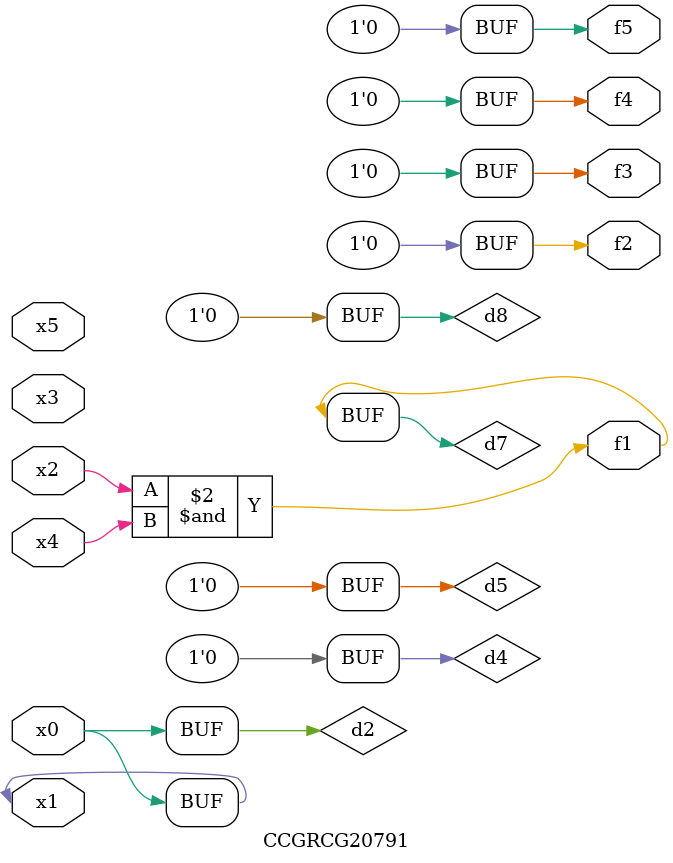
<source format=v>
module CCGRCG20791(
	input x0, x1, x2, x3, x4, x5,
	output f1, f2, f3, f4, f5
);

	wire d1, d2, d3, d4, d5, d6, d7, d8, d9;

	nand (d1, x1);
	buf (d2, x0, x1);
	nand (d3, x2, x4);
	and (d4, d1, d2);
	and (d5, d1, d2);
	nand (d6, d1, d3);
	not (d7, d3);
	xor (d8, d5);
	nor (d9, d5, d6);
	assign f1 = d7;
	assign f2 = d8;
	assign f3 = d8;
	assign f4 = d8;
	assign f5 = d8;
endmodule

</source>
